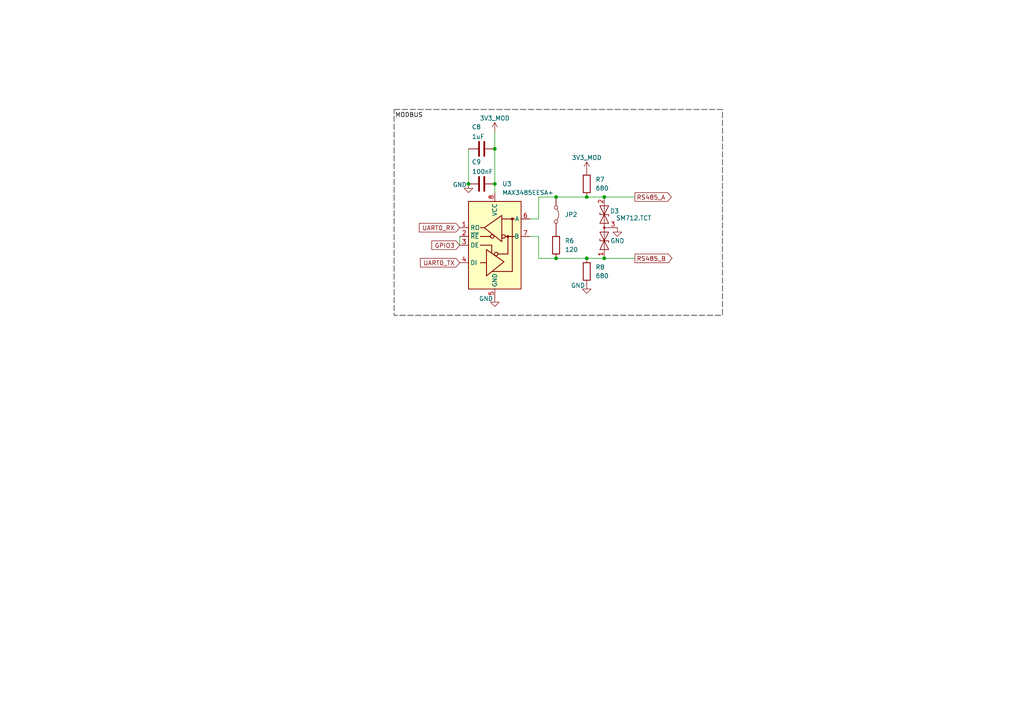
<source format=kicad_sch>
(kicad_sch (version 20250114) (generator "eeschema") (generator_version "9.0")
  (paper "A4")
  (title_block (title "Modbus") (date "2025-10-26") (rev "1.0") (company "PKl"))
  (lib_symbols
    (symbol "Device:C" (pin_numbers (hide yes)) (pin_names (offset 0.254))
      (property "Reference" "C" (at 0.635 2.54 0))
      (property "Value" "C" (at 0.635 -2.54 0))
      (symbol "C_0_1"
        (polyline (pts (xy -2.032 0.762) (xy 2.032 0.762)) (stroke (width 0.508)))
        (polyline (pts (xy -2.032 -0.762) (xy 2.032 -0.762)) (stroke (width 0.508)))
      )
      (symbol "C_1_1"
        (pin passive line (at 0 3.81 270) (length 2.794) (name "~") (number "1"))
        (pin passive line (at 0 -3.81 90) (length 2.794) (name "~") (number "2"))
      )
    )
    (symbol "Device:R" (pin_numbers (hide yes)) (pin_names (offset 0))
      (property "Reference" "R" (at 2.032 0 90))
      (property "Value" "R" (at 0 0 90))
      (symbol "R_0_1"
        (rectangle (start -1.016 -2.54) (end 1.016 2.54) (stroke (width 0.254)))
      )
      (symbol "R_1_1"
        (pin passive line (at 0 3.81 270) (length 1.27) (name "~") (number "1"))
        (pin passive line (at 0 -3.81 90) (length 1.27) (name "~") (number "2"))
      )
    )
    (symbol "Diode:SM712_SOT23" (pin_names (offset 1.016) (hide yes))
      (property "Reference" "D" (at 0 4.445 0))
      (property "Value" "SM712_SOT23" (at 0 2.54 0))
      (symbol "SM712_SOT23_0_0"
        (polyline (pts (xy 0 -1.27) (xy 0 0)))
      )
      (symbol "SM712_SOT23_0_1"
        (polyline (pts (xy -6.35 0) (xy 6.35 0)))
        (polyline (pts (xy -6.35 -1.27) (xy -1.27 1.27) (xy -1.27 -1.27) (xy -6.35 1.27) (xy -6.35 -1.27)) (stroke (width 0.2032)))
        (polyline (pts (xy -3.302 1.27) (xy -3.81 1.27) (xy -3.81 -1.27) (xy -4.318 -1.27)) (stroke (width 0.2032)))
        (circle (center 0 0) (radius 0.254) (fill (type outline)))
        (polyline (pts (xy 1.27 -1.27) (xy 1.27 1.27) (xy 6.35 -1.27) (xy 6.35 1.27) (xy 1.27 -1.27)) (stroke (width 0.2032)))
        (polyline (pts (xy 4.318 1.27) (xy 3.81 1.27) (xy 3.81 -1.27) (xy 3.302 -1.27)) (stroke (width 0.2032)))
      )
      (symbol "SM712_SOT23_1_1"
        (pin passive line (at -8.89 0 0) (length 2.54) (name "A1") (number "1"))
        (pin input line (at 0 -3.81 90) (length 2.54) (name "common") (number "3"))
        (pin passive line (at 8.89 0 180) (length 2.54) (name "A2") (number "2"))
      )
    )
    (symbol "Interface_UART:MAX3485"
      (property "Reference" "U" (at -6.985 13.97 0))
      (property "Value" "MAX3485" (at 1.905 13.97 0))
      (symbol "MAX3485_0_1"
        (rectangle (start -7.62 12.7) (end 7.62 -12.7) (stroke (width 0.254)) (fill (type background)))
        (polyline (pts (xy -4.191 2.54) (xy -1.27 2.54)) (stroke (width 0.254)))
        (polyline (pts (xy -4.191 0) (xy -0.889 0) (xy -0.889 -2.286)) (stroke (width 0.254)))
        (polyline (pts (xy -3.175 5.08) (xy -4.191 5.08) (xy -4.064 5.08)) (stroke (width 0.254)))
        (polyline (pts (xy -2.54 -5.08) (xy -4.191 -5.08)) (stroke (width 0.254)))
        (polyline (pts (xy -2.413 -5.08) (xy -2.413 -1.27) (xy 2.667 -4.826) (xy -2.413 -8.89) (xy -2.413 -5.08)) (stroke (width 0.254)))
        (polyline (pts (xy -0.635 -7.62) (xy 5.08 -7.62)) (stroke (width 0.254)))
        (circle (center 0.381 -2.54) (radius 0.508) (stroke (width 0.254)))
        (polyline (pts (xy 0.889 -2.54) (xy 3.81 -2.54)) (stroke (width 0.254)))
        (polyline (pts (xy 2.032 7.62) (xy 5.715 7.62)) (stroke (width 0.254)))
        (polyline (pts (xy 3.048 2.54) (xy 5.715 2.54)) (stroke (width 0.254)))
        (circle (center 3.81 2.54) (radius 0.2794) (stroke (width 0.254)) (fill (type outline)))
        (polyline (pts (xy 3.81 -2.54) (xy 3.81 2.54)) (stroke (width 0.254)))
        (polyline (pts (xy 5.08 -7.62) (xy 5.08 7.62)) (stroke (width 0.254)))
      )
      (symbol "MAX3485_1_1"
        (circle (center -0.762 2.54) (radius 0.508) (stroke (width 0.254)))
        (polyline (pts (xy 2.032 4.826) (xy 2.032 8.636) (xy -3.048 5.08) (xy 2.032 1.016) (xy 2.032 4.826)) (stroke (width 0.254)))
        (circle (center 2.54 2.54) (radius 0.508) (stroke (width 0.254)))
        (circle (center 5.08 7.62) (radius 0.2794) (stroke (width 0.254)) (fill (type outline)))
        (pin output line (at -10.16 5.08 0) (length 2.54) (name "RO") (number "1"))
        (pin input line (at -10.16 2.54 0) (length 2.54) (name "~{RE}") (number "2"))
        (pin input line (at -10.16 0 0) (length 2.54) (name "DE") (number "3"))
        (pin input line (at -10.16 -5.08 0) (length 2.54) (name "DI") (number "4"))
        (pin power_in line (at 0 15.24 270) (length 2.54) (name "VCC") (number "8"))
        (pin power_in line (at 0 -15.24 90) (length 2.54) (name "GND") (number "5"))
        (pin bidirectional line (at 10.16 7.62 180) (length 2.54) (name "A") (number "6"))
        (pin bidirectional line (at 10.16 2.54 180) (length 2.54) (name "B") (number "7"))
      )
    )
    (symbol "Jumper:Jumper_2_Bridged" (pin_numbers (hide yes)) (pin_names (offset 0) (hide yes))
      (property "Reference" "JP" (at 0 1.905 0))
      (property "Value" "Jumper_2_Bridged" (at 0 -2.54 0))
      (symbol "Jumper_2_Bridged_0_0"
        (circle (center -2.032 0) (radius 0.508))
        (circle (center 2.032 0) (radius 0.508))
      )
      (symbol "Jumper_2_Bridged_0_1"
        (arc (start -1.524 0.254) (mid 0 0.762) (end 1.524 0.254))
      )
      (symbol "Jumper_2_Bridged_1_1"
        (pin passive line (at -5.08 0 0) (length 2.54) (name "A") (number "1"))
        (pin passive line (at 5.08 0 180) (length 2.54) (name "B") (number "2"))
      )
    )
    (symbol "power:+3.3V" (power) (pin_numbers (hide yes)) (pin_names (offset 0) (hide yes))
      (property "Value" "+3.3V" (at 0 3.556 0))
      (symbol "+3.3V_0_1"
        (polyline (pts (xy -0.762 1.27) (xy 0 2.54)))
        (polyline (pts (xy 0 2.54) (xy 0.762 1.27)))
        (polyline (pts (xy 0 0) (xy 0 2.54)))
      )
      (symbol "+3.3V_1_1"
        (pin power_in line (at 0 0 90) (length 0) (name "~") (number "1"))
      )
    )
    (symbol "power:GND" (power) (pin_numbers (hide yes)) (pin_names (offset 0) (hide yes))
      (property "Value" "GND" (at 0 -3.81 0))
      (symbol "GND_0_1"
        (polyline (pts (xy 0 0) (xy 0 -1.27) (xy 1.27 -1.27) (xy 0 -2.54) (xy -1.27 -1.27) (xy 0 -1.27)))
      )
      (symbol "GND_1_1"
        (pin power_in line (at 0 0 270) (length 0) (name "~") (number "1"))
      )
    )
  )
  (rectangle (start 114.3 31.75) (end 209.55 91.44) (stroke (width 0) (type dash) (color 0 0 0 1)))
  (text "MODBUS" (at 118.618 33.528 0) (effects (font (size 1.27 1.27))))
  (junction (at 161.29 74.93))
  (junction (at 135.89 53.34))
  (junction (at 175.26 57.15))
  (junction (at 143.51 53.34))
  (junction (at 161.29 57.15))
  (junction (at 170.18 74.93))
  (junction (at 143.51 43.18))
  (junction (at 175.26 74.93))
  (junction (at 170.18 57.15))
  (wire (pts (xy 143.51 43.18) (xy 143.51 53.34)))
  (wire (pts (xy 143.51 53.34) (xy 143.51 55.88)))
  (wire (pts (xy 170.18 57.15) (xy 175.26 57.15)))
  (wire (pts (xy 153.67 63.5) (xy 156.21 63.5)))
  (wire (pts (xy 175.26 74.93) (xy 184.15 74.93)))
  (wire (pts (xy 153.67 68.58) (xy 156.21 68.58)))
  (wire (pts (xy 156.21 74.93) (xy 161.29 74.93)))
  (wire (pts (xy 161.29 57.15) (xy 170.18 57.15)))
  (wire (pts (xy 156.21 63.5) (xy 156.21 57.15)))
  (wire (pts (xy 143.51 38.1) (xy 143.51 43.18)))
  (wire (pts (xy 156.21 68.58) (xy 156.21 74.93)))
  (wire (pts (xy 161.29 74.93) (xy 170.18 74.93)))
  (wire (pts (xy 175.26 57.15) (xy 184.15 57.15)))
  (wire (pts (xy 156.21 57.15) (xy 161.29 57.15)))
  (wire (pts (xy 133.35 68.58) (xy 133.35 71.12)))
  (wire (pts (xy 170.18 74.93) (xy 175.26 74.93)))
  (wire (pts (xy 135.89 43.18) (xy 135.89 53.34)))
  (global_label "RS485_B" (shape output) (at 184.15 74.93 0) (property "Intersheetrefs" "${INTERSHEET_REFS}" (effects (hide yes))))
  (global_label "UART0_TX" (shape input) (at 133.35 76.2 180) (property "Intersheetrefs" "${INTERSHEET_REFS}" (effects (hide yes))))
  (global_label "UART0_RX" (shape input) (at 133.35 66.04 180) (property "Intersheetrefs" "${INTERSHEET_REFS}" (effects (hide yes))))
  (global_label "RS485_A" (shape output) (at 184.15 57.15 0) (property "Intersheetrefs" "${INTERSHEET_REFS}" (effects (hide yes))))
  (global_label "GPIO3" (shape input) (at 133.35 71.12 180) (property "Intersheetrefs" "${INTERSHEET_REFS}" (effects (hide yes))))
  (symbol (lib_id "power:+3.3V") (at 143.51 38.1 0) (unit 1)
    (property "Reference" "#PWR041" (effects (hide yes)))
    (property "Value" "3V3_MOD" (at 143.51 34.29 0))
    (property "Description" "Power symbol creates a global label with name \"+3.3V\"" (effects (hide yes)))
  )
  (symbol (lib_id "power:GND") (at 170.18 82.55 0) (unit 1)
    (property "Reference" "#PWR047" (effects (hide yes)))
    (property "Value" "GND" (at 167.64 82.804 0))
    (property "Description" "Power symbol creates a global label with name \"GND\" , ground" (effects (hide yes)))
  )
  (symbol (lib_id "Jumper:Jumper_2_Bridged") (at 161.29 62.23 270) (unit 1)
    (property "Reference" "JP2" (at 163.83 62.2299 90) (effects (justify left)))
    (property "Value" "Jumper_2_Bridged" (effects (hide yes)))
    (property "Footprint" "Connector_PinHeader_2.54mm:PinHeader_1x02_P2.54mm_Vertical" (effects (hide yes)))
    (property "Description" "Jumper, 2-pole, closed/bridged" (effects (hide yes)))
  )
  (symbol (lib_id "power:GND") (at 179.07 66.04 0) (unit 1)
    (property "Reference" "#PWR045" (effects (hide yes)))
    (property "Value" "GND" (at 179.07 69.85 0))
    (property "Description" "Power symbol creates a global label with name \"GND\" , ground" (effects (hide yes)))
  )
  (symbol (lib_id "Diode:SM712_SOT23") (at 175.26 66.04 90) (unit 1)
    (property "Reference" "D3" (at 179.578 61.214 90) (effects (justify left)))
    (property "Value" "SM712.TCT" (at 188.976 63.246 90) (effects (justify left)))
    (property "Footprint" "Package_TO_SOT_SMD:SOT-23" (effects (hide yes)))
    (property "Datasheet" "https://www.littelfuse.com/~/media/electronics/datasheets/tvs_diode_arrays/littelfuse_tvs_diode_array_sm712_datasheet.pdf.pdf" (effects (hide yes)))
    (property "Description" "7V/12V, 600W Asymmetrical TVS Diode Array, SOT-23" (effects (hide yes)))
  )
  (symbol (lib_id "Device:C") (at 139.7 43.18 270) (unit 1)
    (property "Reference" "C8" (at 138.176 36.83 90))
    (property "Value" "1uF" (at 138.684 39.624 90))
    (property "Footprint" "Capacitor_SMD:C_0603_1608Metric" (effects (hide yes)))
    (property "Description" "Unpolarized capacitor" (effects (hide yes)))
  )
  (symbol (lib_id "power:GND") (at 135.89 53.34 0) (unit 1)
    (property "Reference" "#PWR042" (effects (hide yes)))
    (property "Value" "GND" (at 133.35 53.594 0))
    (property "Description" "Power symbol creates a global label with name \"GND\" , ground" (effects (hide yes)))
  )
  (symbol (lib_id "power:GND") (at 143.51 86.36 0) (unit 1)
    (property "Reference" "#PWR043" (effects (hide yes)))
    (property "Value" "GND" (at 140.97 86.614 0))
    (property "Description" "Power symbol creates a global label with name \"GND\" , ground" (effects (hide yes)))
  )
  (symbol (lib_id "Device:C") (at 139.7 53.34 270) (unit 1)
    (property "Reference" "C9" (at 138.176 46.99 90))
    (property "Value" "100nF" (at 139.954 49.784 90))
    (property "Footprint" "Capacitor_SMD:C_0805_2012Metric" (effects (hide yes)))
    (property "Description" "Unpolarized capacitor" (effects (hide yes)))
  )
  (symbol (lib_id "power:+3.3V") (at 170.18 49.53 0) (unit 1)
    (property "Reference" "#PWR049" (effects (hide yes)))
    (property "Value" "3V3_MOD" (at 170.18 45.72 0))
    (property "Description" "Power symbol creates a global label with name \"+3.3V\"" (effects (hide yes)))
  )
  (symbol (lib_id "Interface_UART:MAX3485") (at 143.51 71.12 0) (unit 1)
    (property "Reference" "U3" (at 145.6533 53.34 0) (effects (justify left)))
    (property "Value" "MAX3485EESA+" (at 145.6533 55.88 0) (effects (justify left)))
    (property "Footprint" "Package_SO:SOIC-8_3.9x4.9mm_P1.27mm" (effects (hide yes)))
    (property "Datasheet" "https://datasheets.maximintegrated.com/en/ds/MAX3483-MAX3491.pdf" (effects (hide yes)))
    (property "Description" "True RS-485/RS-422, 10Mbps, Slew-Rate Limited, with low-power shutdown, with receiver/driver enable, 32 receiver drive capacitity, DIP-8 and SOIC-8" (effects (hide yes)))
    (property "Sim.Library" ".\\" (effects (hide yes)))
  )
  (symbol (lib_id "Device:R") (at 161.29 71.12 0) (unit 1)
    (property "Reference" "R6" (at 163.83 69.8499 0) (effects (justify left)))
    (property "Value" "120" (at 163.83 72.3899 0) (effects (justify left)))
    (property "Footprint" "Resistor_SMD:R_0805_2012Metric" (effects (hide yes)))
    (property "Description" "Resistor" (effects (hide yes)))
  )
  (symbol (lib_id "Device:R") (at 170.18 78.74 0) (unit 1)
    (property "Reference" "R8" (at 172.72 77.4699 0) (effects (justify left)))
    (property "Value" "680" (at 172.72 80.0099 0) (effects (justify left)))
    (property "Footprint" "Resistor_SMD:R_0805_2012Metric" (effects (hide yes)))
    (property "Description" "Resistor" (effects (hide yes)))
  )
  (symbol (lib_id "Device:R") (at 170.18 53.34 0) (unit 1)
    (property "Reference" "R7" (at 172.72 52.0699 0) (effects (justify left)))
    (property "Value" "680" (at 172.72 54.6099 0) (effects (justify left)))
    (property "Footprint" "Resistor_SMD:R_0805_2012Metric" (effects (hide yes)))
    (property "Description" "Resistor" (effects (hide yes)))
  )
)
</source>
